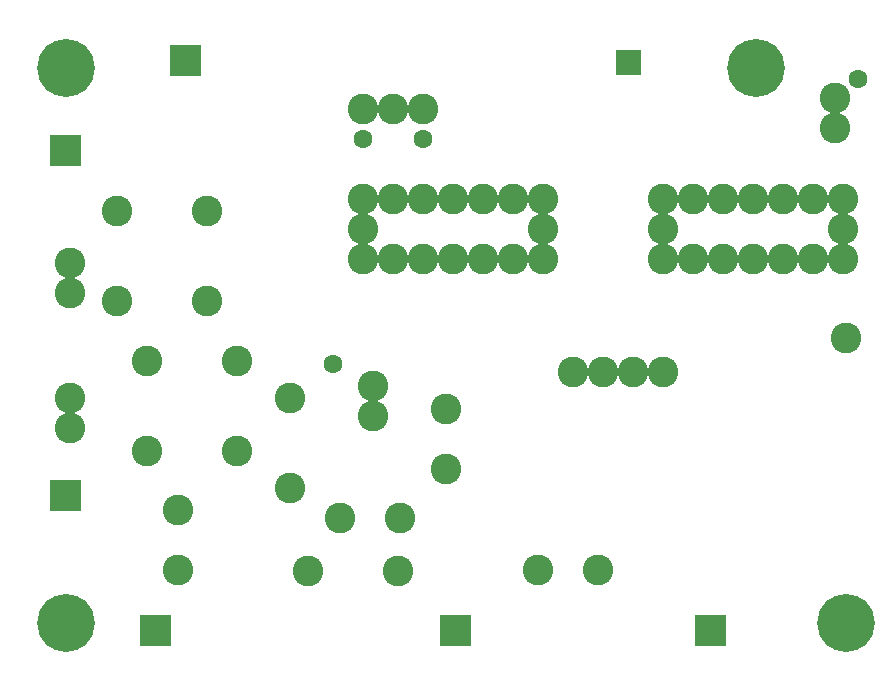
<source format=gbr>
%FSLAX34Y34*%
%MOMM*%
%LNSOLDERMASK_BOTTOM*%
G71*
G01*
%ADD10C,2.600*%
%ADD11C,1.600*%
%ADD12C,2.600*%
%ADD13C,4.900*%
%LPD*%
X581800Y425210D02*
G54D10*
D03*
X607200Y425210D02*
G54D10*
D03*
X607200Y425210D02*
G54D10*
D03*
X632600Y425210D02*
G54D10*
D03*
X632600Y425210D02*
G54D10*
D03*
X658000Y425210D02*
G54D10*
D03*
X658000Y425210D02*
G54D10*
D03*
X683400Y425210D02*
G54D10*
D03*
X683400Y425210D02*
G54D10*
D03*
X708800Y425210D02*
G54D10*
D03*
X708800Y425210D02*
G54D10*
D03*
X734200Y425210D02*
G54D10*
D03*
X734200Y425210D02*
G54D10*
D03*
X734200Y399810D02*
G54D10*
D03*
X734200Y399810D02*
G54D10*
D03*
X734200Y374410D02*
G54D10*
D03*
X581800Y425210D02*
G54D10*
D03*
X581800Y399810D02*
G54D10*
D03*
X581800Y399810D02*
G54D10*
D03*
X581800Y374410D02*
G54D10*
D03*
X581800Y374410D02*
G54D10*
D03*
X607200Y374410D02*
G54D10*
D03*
X607200Y374410D02*
G54D10*
D03*
X632600Y374410D02*
G54D10*
D03*
X632600Y374410D02*
G54D10*
D03*
X658000Y374410D02*
G54D10*
D03*
X658000Y374410D02*
G54D10*
D03*
X683400Y374410D02*
G54D10*
D03*
X683400Y374410D02*
G54D10*
D03*
X708800Y374410D02*
G54D10*
D03*
X708800Y374410D02*
G54D10*
D03*
X734200Y374410D02*
G54D10*
D03*
X734200Y374410D02*
G54D10*
D03*
X581800Y374410D02*
G54D10*
D03*
X327800Y425210D02*
G54D10*
D03*
X353200Y425210D02*
G54D10*
D03*
X353200Y425210D02*
G54D10*
D03*
X378600Y425210D02*
G54D10*
D03*
X378600Y425210D02*
G54D10*
D03*
X404000Y425210D02*
G54D10*
D03*
X404000Y425210D02*
G54D10*
D03*
X429400Y425210D02*
G54D10*
D03*
X429400Y425210D02*
G54D10*
D03*
X454800Y425210D02*
G54D10*
D03*
X454800Y425210D02*
G54D10*
D03*
X480200Y425210D02*
G54D10*
D03*
X480200Y425210D02*
G54D10*
D03*
X480200Y399810D02*
G54D10*
D03*
X480200Y399810D02*
G54D10*
D03*
X480200Y374410D02*
G54D10*
D03*
X327800Y425210D02*
G54D10*
D03*
X327800Y399810D02*
G54D10*
D03*
X327800Y399810D02*
G54D10*
D03*
X327800Y374410D02*
G54D10*
D03*
X327800Y374410D02*
G54D10*
D03*
X353200Y374410D02*
G54D10*
D03*
X353200Y374410D02*
G54D10*
D03*
X378600Y374410D02*
G54D10*
D03*
X378600Y374410D02*
G54D10*
D03*
X404000Y374410D02*
G54D10*
D03*
X404000Y374410D02*
G54D10*
D03*
X429400Y374410D02*
G54D10*
D03*
X429400Y374410D02*
G54D10*
D03*
X454800Y374410D02*
G54D10*
D03*
X454800Y374410D02*
G54D10*
D03*
X480200Y374410D02*
G54D10*
D03*
X480200Y374410D02*
G54D10*
D03*
X327800Y374410D02*
G54D10*
D03*
X505600Y279160D02*
G54D10*
D03*
X505600Y279160D02*
G54D10*
D03*
X531000Y279160D02*
G54D10*
D03*
X531000Y279160D02*
G54D10*
D03*
X556400Y279160D02*
G54D10*
D03*
X556400Y279160D02*
G54D10*
D03*
X581800Y279160D02*
G54D10*
D03*
X581800Y279160D02*
G54D10*
D03*
X327800Y501410D02*
G54D10*
D03*
X353200Y501410D02*
G54D10*
D03*
X378600Y501410D02*
G54D10*
D03*
G36*
X541950Y551800D02*
X562950Y551800D01*
X562950Y530800D01*
X541950Y530800D01*
X541950Y551800D01*
G37*
X327800Y476010D02*
G54D11*
D03*
X378600Y476010D02*
G54D11*
D03*
X336550Y266750D02*
G54D10*
D03*
X336550Y241350D02*
G54D10*
D03*
X171450Y161850D02*
G54D10*
D03*
X171450Y111050D02*
G54D10*
D03*
X476250Y111050D02*
G54D10*
D03*
X527050Y111050D02*
G54D10*
D03*
X266117Y256616D02*
G54D10*
D03*
X266067Y180366D02*
G54D10*
D03*
X266117Y256616D02*
G54D12*
D03*
X398131Y247602D02*
G54D10*
D03*
X398243Y196621D02*
G54D10*
D03*
X398131Y247602D02*
G54D12*
D03*
X359403Y155174D02*
G54D10*
D03*
X308422Y155061D02*
G54D10*
D03*
X359403Y155174D02*
G54D12*
D03*
X357616Y110438D02*
G54D10*
D03*
X281366Y110488D02*
G54D10*
D03*
X357616Y110439D02*
G54D12*
D03*
X145467Y288366D02*
G54D10*
D03*
X145417Y212116D02*
G54D10*
D03*
X145467Y288366D02*
G54D12*
D03*
X221658Y288292D02*
G54D10*
D03*
X145408Y288342D02*
G54D10*
D03*
X221658Y288292D02*
G54D12*
D03*
X221658Y288292D02*
G54D10*
D03*
X221608Y212042D02*
G54D10*
D03*
X221658Y288292D02*
G54D12*
D03*
X120068Y415366D02*
G54D10*
D03*
X120017Y339116D02*
G54D10*
D03*
X120067Y415366D02*
G54D12*
D03*
X196258Y415292D02*
G54D10*
D03*
X120008Y415342D02*
G54D10*
D03*
X196258Y415292D02*
G54D12*
D03*
X196258Y415292D02*
G54D10*
D03*
X196208Y339042D02*
G54D10*
D03*
X196258Y415292D02*
G54D12*
D03*
X79823Y256661D02*
G54D10*
D03*
X79823Y231261D02*
G54D10*
D03*
X79823Y370961D02*
G54D10*
D03*
X79823Y345561D02*
G54D10*
D03*
X727523Y510661D02*
G54D10*
D03*
X727523Y485261D02*
G54D10*
D03*
X746900Y526810D02*
G54D11*
D03*
X302400Y285510D02*
G54D11*
D03*
X76200Y66600D02*
G54D13*
D03*
G36*
X139400Y73300D02*
X165400Y73300D01*
X165400Y47300D01*
X139400Y47300D01*
X139400Y73300D01*
G37*
X736600Y66600D02*
G54D13*
D03*
G36*
X393400Y73300D02*
X419400Y73300D01*
X419400Y47300D01*
X393400Y47300D01*
X393400Y73300D01*
G37*
G36*
X63200Y187600D02*
X89200Y187600D01*
X89200Y161600D01*
X63200Y161600D01*
X63200Y187600D01*
G37*
X736600Y308100D02*
G54D10*
D03*
G36*
X609300Y73300D02*
X635300Y73300D01*
X635300Y47300D01*
X609300Y47300D01*
X609300Y73300D01*
G37*
X76200Y536500D02*
G54D13*
D03*
G36*
X164800Y555900D02*
X190800Y555900D01*
X190800Y529900D01*
X164800Y529900D01*
X164800Y555900D01*
G37*
G36*
X63200Y479700D02*
X89200Y479700D01*
X89200Y453700D01*
X63200Y453700D01*
X63200Y479700D01*
G37*
X660400Y536500D02*
G54D13*
D03*
M02*

</source>
